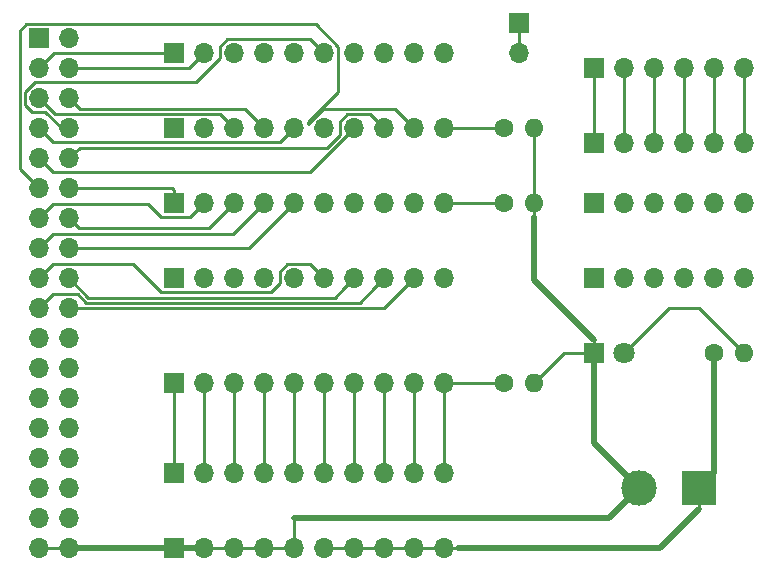
<source format=gbr>
G04 #@! TF.GenerationSoftware,KiCad,Pcbnew,(5.1.2-1)-1*
G04 #@! TF.CreationDate,2019-07-04T15:27:09+10:00*
G04 #@! TF.ProjectId,pcb_combined,7063625f-636f-46d6-9269-6e65642e6b69,rev?*
G04 #@! TF.SameCoordinates,Original*
G04 #@! TF.FileFunction,Copper,L1,Top*
G04 #@! TF.FilePolarity,Positive*
%FSLAX46Y46*%
G04 Gerber Fmt 4.6, Leading zero omitted, Abs format (unit mm)*
G04 Created by KiCad (PCBNEW (5.1.2-1)-1) date 2019-07-04 15:27:09*
%MOMM*%
%LPD*%
G04 APERTURE LIST*
%ADD10O,1.700000X1.700000*%
%ADD11R,1.700000X1.700000*%
%ADD12O,1.600000X1.600000*%
%ADD13C,1.600000*%
%ADD14C,3.000000*%
%ADD15R,3.000000X3.000000*%
%ADD16C,1.800000*%
%ADD17R,1.800000X1.800000*%
%ADD18C,0.250000*%
%ADD19C,0.500000*%
G04 APERTURE END LIST*
D10*
X85090000Y-34290000D03*
D11*
X85090000Y-31750000D03*
D12*
X86360000Y-46990000D03*
D13*
X83820000Y-46990000D03*
D12*
X86360000Y-62230000D03*
D13*
X83820000Y-62230000D03*
D12*
X86360000Y-40640000D03*
D13*
X83820000Y-40640000D03*
D10*
X104140000Y-46990000D03*
X101600000Y-46990000D03*
X99060000Y-46990000D03*
X96520000Y-46990000D03*
X93980000Y-46990000D03*
D11*
X91440000Y-46990000D03*
D10*
X104140000Y-53340000D03*
X101600000Y-53340000D03*
X99060000Y-53340000D03*
X96520000Y-53340000D03*
X93980000Y-53340000D03*
D11*
X91440000Y-53340000D03*
D10*
X78740000Y-76200000D03*
X76200000Y-76200000D03*
X73660000Y-76200000D03*
X71120000Y-76200000D03*
X68580000Y-76200000D03*
X66040000Y-76200000D03*
X63500000Y-76200000D03*
X60960000Y-76200000D03*
X58420000Y-76200000D03*
D11*
X55880000Y-76200000D03*
D10*
X78740000Y-69850000D03*
X76200000Y-69850000D03*
X73660000Y-69850000D03*
X71120000Y-69850000D03*
X68580000Y-69850000D03*
X66040000Y-69850000D03*
X63500000Y-69850000D03*
X60960000Y-69850000D03*
X58420000Y-69850000D03*
D11*
X55880000Y-69850000D03*
D10*
X78740000Y-53340000D03*
X76200000Y-53340000D03*
X73660000Y-53340000D03*
X71120000Y-53340000D03*
X68580000Y-53340000D03*
X66040000Y-53340000D03*
X63500000Y-53340000D03*
X60960000Y-53340000D03*
X58420000Y-53340000D03*
D11*
X55880000Y-53340000D03*
D10*
X78740000Y-40640000D03*
X76200000Y-40640000D03*
X73660000Y-40640000D03*
X71120000Y-40640000D03*
X68580000Y-40640000D03*
X66040000Y-40640000D03*
X63500000Y-40640000D03*
X60960000Y-40640000D03*
X58420000Y-40640000D03*
D11*
X55880000Y-40640000D03*
D14*
X95250000Y-71120000D03*
D15*
X100330000Y-71120000D03*
D12*
X104140000Y-59690000D03*
D13*
X101600000Y-59690000D03*
D10*
X104140000Y-41910000D03*
X101600000Y-41910000D03*
X99060000Y-41910000D03*
X96520000Y-41910000D03*
X93980000Y-41910000D03*
D11*
X91440000Y-41910000D03*
D10*
X104140000Y-35560000D03*
X101600000Y-35560000D03*
X99060000Y-35560000D03*
X96520000Y-35560000D03*
X93980000Y-35560000D03*
D11*
X91440000Y-35560000D03*
D10*
X78740000Y-46990000D03*
X76200000Y-46990000D03*
X73660000Y-46990000D03*
X71120000Y-46990000D03*
X68580000Y-46990000D03*
X66040000Y-46990000D03*
X63500000Y-46990000D03*
X60960000Y-46990000D03*
X58420000Y-46990000D03*
D11*
X55880000Y-46990000D03*
D10*
X78740000Y-62230000D03*
X76200000Y-62230000D03*
X73660000Y-62230000D03*
X71120000Y-62230000D03*
X68580000Y-62230000D03*
X66040000Y-62230000D03*
X63500000Y-62230000D03*
X60960000Y-62230000D03*
X58420000Y-62230000D03*
D11*
X55880000Y-62230000D03*
D10*
X46990000Y-76200000D03*
X44450000Y-76200000D03*
X46990000Y-73660000D03*
X44450000Y-73660000D03*
X46990000Y-71120000D03*
X44450000Y-71120000D03*
X46990000Y-68580000D03*
X44450000Y-68580000D03*
X46990000Y-66040000D03*
X44450000Y-66040000D03*
X46990000Y-63500000D03*
X44450000Y-63500000D03*
X46990000Y-60960000D03*
X44450000Y-60960000D03*
X46990000Y-58420000D03*
X44450000Y-58420000D03*
X46990000Y-55880000D03*
X44450000Y-55880000D03*
X46990000Y-53340000D03*
X44450000Y-53340000D03*
X46990000Y-50800000D03*
X44450000Y-50800000D03*
X46990000Y-48260000D03*
X44450000Y-48260000D03*
X46990000Y-45720000D03*
X44450000Y-45720000D03*
X46990000Y-43180000D03*
X44450000Y-43180000D03*
X46990000Y-40640000D03*
X44450000Y-40640000D03*
X46990000Y-38100000D03*
X44450000Y-38100000D03*
X46990000Y-35560000D03*
X44450000Y-35560000D03*
X46990000Y-33020000D03*
D11*
X44450000Y-33020000D03*
D10*
X78740000Y-34290000D03*
X76200000Y-34290000D03*
X73660000Y-34290000D03*
X71120000Y-34290000D03*
X68580000Y-34290000D03*
X66040000Y-34290000D03*
X63500000Y-34290000D03*
X60960000Y-34290000D03*
X58420000Y-34290000D03*
D11*
X55880000Y-34290000D03*
D16*
X93980000Y-59690000D03*
D17*
X91440000Y-59690000D03*
D18*
X97790000Y-55880000D02*
X93980000Y-59690000D01*
X100330000Y-55880000D02*
X97790000Y-55880000D01*
X104140000Y-59690000D02*
X100330000Y-55880000D01*
X44450000Y-76200000D02*
X46990000Y-76200000D01*
D19*
X46990000Y-76200000D02*
X55880000Y-76200000D01*
X55880000Y-76200000D02*
X58420000Y-76200000D01*
D18*
X58420000Y-76200000D02*
X60960000Y-76200000D01*
X60960000Y-76200000D02*
X63500000Y-76200000D01*
X63500000Y-76200000D02*
X66040000Y-76200000D01*
D19*
X91440000Y-67310000D02*
X95250000Y-71120000D01*
X91440000Y-59690000D02*
X91440000Y-67310000D01*
X92710000Y-73660000D02*
X95250000Y-71120000D01*
X66040000Y-73660000D02*
X92710000Y-73660000D01*
D18*
X66040000Y-76200000D02*
X66040000Y-73660000D01*
X88900000Y-59690000D02*
X86360000Y-62230000D01*
X91440000Y-59690000D02*
X88900000Y-59690000D01*
X86360000Y-48121370D02*
X86360000Y-46990000D01*
D19*
X86360000Y-53460000D02*
X86360000Y-48121370D01*
X91440000Y-58540000D02*
X86360000Y-53460000D01*
D18*
X91440000Y-59690000D02*
X91440000Y-58540000D01*
X86360000Y-46990000D02*
X86360000Y-40640000D01*
X72810001Y-39790001D02*
X73660000Y-40640000D01*
X72484999Y-39464999D02*
X72810001Y-39790001D01*
X70555999Y-39464999D02*
X72484999Y-39464999D01*
X69944999Y-40075999D02*
X70555999Y-39464999D01*
X69944999Y-41178591D02*
X69944999Y-40075999D01*
X68858579Y-42265011D02*
X69944999Y-41178591D01*
X47904989Y-42265011D02*
X68858579Y-42265011D01*
X46990000Y-43180000D02*
X47904989Y-42265011D01*
X70270001Y-41489999D02*
X71120000Y-40640000D01*
X67404999Y-44355001D02*
X70270001Y-41489999D01*
X45625001Y-44355001D02*
X67404999Y-44355001D01*
X44450000Y-43180000D02*
X45625001Y-44355001D01*
X67730001Y-33440001D02*
X68580000Y-34290000D01*
X67404999Y-33114999D02*
X67730001Y-33440001D01*
X60395999Y-33114999D02*
X67404999Y-33114999D01*
X59784999Y-33725999D02*
X60395999Y-33114999D01*
X57714001Y-36735001D02*
X59784999Y-34664003D01*
X44075997Y-36735001D02*
X57714001Y-36735001D01*
X43274999Y-38664001D02*
X43274999Y-37535999D01*
X43885999Y-39275001D02*
X43274999Y-38664001D01*
X44988591Y-39275001D02*
X43885999Y-39275001D01*
X43274999Y-37535999D02*
X44075997Y-36735001D01*
X46353590Y-40640000D02*
X44988591Y-39275001D01*
X59784999Y-34664003D02*
X59784999Y-33725999D01*
X46990000Y-40640000D02*
X46353590Y-40640000D01*
X65190001Y-41489999D02*
X66040000Y-40640000D01*
X64864999Y-41815001D02*
X65190001Y-41489999D01*
X45625001Y-41815001D02*
X64864999Y-41815001D01*
X44450000Y-40640000D02*
X45625001Y-41815001D01*
X62650001Y-39790001D02*
X63500000Y-40640000D01*
X47904989Y-39014989D02*
X61874989Y-39014989D01*
X61874989Y-39014989D02*
X62650001Y-39790001D01*
X46990000Y-38100000D02*
X47904989Y-39014989D01*
X60110001Y-39790001D02*
X60960000Y-40640000D01*
X59784999Y-39464999D02*
X60110001Y-39790001D01*
X45814999Y-39464999D02*
X59784999Y-39464999D01*
X44450000Y-38100000D02*
X45814999Y-39464999D01*
X57150000Y-35560000D02*
X58420000Y-34290000D01*
X46990000Y-35560000D02*
X57150000Y-35560000D01*
X45720000Y-34290000D02*
X55880000Y-34290000D01*
X44450000Y-35560000D02*
X45720000Y-34290000D01*
X85090000Y-31750000D02*
X85090000Y-34290000D01*
X78740000Y-62230000D02*
X78740000Y-69850000D01*
X83820000Y-62230000D02*
X78740000Y-62230000D01*
X104140000Y-35560000D02*
X104140000Y-41910000D01*
X101600000Y-35560000D02*
X101600000Y-41910000D01*
X99060000Y-35560000D02*
X99060000Y-41910000D01*
X96520000Y-35560000D02*
X96520000Y-41910000D01*
X93980000Y-35560000D02*
X93980000Y-41910000D01*
X91440000Y-35560000D02*
X91440000Y-41910000D01*
X68580000Y-76200000D02*
X71120000Y-76200000D01*
X71120000Y-76200000D02*
X73660000Y-76200000D01*
X73660000Y-76200000D02*
X76200000Y-76200000D01*
X76200000Y-76200000D02*
X78740000Y-76200000D01*
X101600000Y-69850000D02*
X100330000Y-71120000D01*
D19*
X101600000Y-59690000D02*
X101600000Y-69850000D01*
X97000000Y-76200000D02*
X79942081Y-76200000D01*
X100330000Y-72870000D02*
X97000000Y-76200000D01*
D18*
X79942081Y-76200000D02*
X78740000Y-76200000D01*
X100330000Y-71120000D02*
X100330000Y-72870000D01*
X76200000Y-62230000D02*
X76200000Y-69850000D01*
X73660000Y-62230000D02*
X73660000Y-69850000D01*
X71120000Y-62230000D02*
X71120000Y-69850000D01*
X68580000Y-62230000D02*
X68580000Y-69850000D01*
X66040000Y-62230000D02*
X66040000Y-69850000D01*
X63500000Y-62230000D02*
X63500000Y-69850000D01*
X60960000Y-62230000D02*
X60960000Y-69850000D01*
X58420000Y-62230000D02*
X58420000Y-69850000D01*
X55880000Y-62230000D02*
X55880000Y-69850000D01*
X73660000Y-55880000D02*
X76200000Y-53340000D01*
X46990000Y-55880000D02*
X73660000Y-55880000D01*
X72810001Y-54189999D02*
X73660000Y-53340000D01*
X71584979Y-55415021D02*
X72810001Y-54189999D01*
X48428611Y-55415021D02*
X71584979Y-55415021D01*
X47718589Y-54704999D02*
X48428611Y-55415021D01*
X45625001Y-54704999D02*
X47718589Y-54704999D01*
X44450000Y-55880000D02*
X45625001Y-54704999D01*
X70270001Y-54189999D02*
X71120000Y-53340000D01*
X69494989Y-54965011D02*
X70270001Y-54189999D01*
X48615011Y-54965011D02*
X69494989Y-54965011D01*
X46990000Y-53340000D02*
X48615011Y-54965011D01*
X67730001Y-52490001D02*
X68580000Y-53340000D01*
X67404999Y-52164999D02*
X67730001Y-52490001D01*
X65475999Y-52164999D02*
X67404999Y-52164999D01*
X64864999Y-52775999D02*
X65475999Y-52164999D01*
X64864999Y-53714003D02*
X64864999Y-52775999D01*
X64064001Y-54515001D02*
X64864999Y-53714003D01*
X54769999Y-54515001D02*
X64064001Y-54515001D01*
X52419997Y-52164999D02*
X54769999Y-54515001D01*
X45625001Y-52164999D02*
X52419997Y-52164999D01*
X44450000Y-53340000D02*
X45625001Y-52164999D01*
X62230000Y-50800000D02*
X66040000Y-46990000D01*
X46990000Y-50800000D02*
X62230000Y-50800000D01*
X62650001Y-47839999D02*
X63500000Y-46990000D01*
X60865001Y-49624999D02*
X62650001Y-47839999D01*
X45625001Y-49624999D02*
X60865001Y-49624999D01*
X44450000Y-50800000D02*
X45625001Y-49624999D01*
X60110001Y-47839999D02*
X60960000Y-46990000D01*
X58840001Y-49109999D02*
X60110001Y-47839999D01*
X47839999Y-49109999D02*
X58840001Y-49109999D01*
X46990000Y-48260000D02*
X47839999Y-49109999D01*
X57570001Y-47839999D02*
X58420000Y-46990000D01*
X57244999Y-48165001D02*
X57570001Y-47839999D01*
X54769999Y-48165001D02*
X57244999Y-48165001D01*
X45625001Y-47084999D02*
X53689997Y-47084999D01*
X53689997Y-47084999D02*
X54769999Y-48165001D01*
X44450000Y-48260000D02*
X45625001Y-47084999D01*
X55880000Y-45890000D02*
X55880000Y-46990000D01*
X55710000Y-45720000D02*
X55880000Y-45890000D01*
X46990000Y-45720000D02*
X55710000Y-45720000D01*
X75350001Y-39790001D02*
X76200000Y-40640000D01*
X68466009Y-39014989D02*
X74574989Y-39014989D01*
X67215001Y-40265997D02*
X68466009Y-39014989D01*
X67215001Y-40075999D02*
X67215001Y-40265997D01*
X74574989Y-39014989D02*
X75350001Y-39790001D01*
X69755001Y-37535999D02*
X67215001Y-40075999D01*
X69755001Y-33725999D02*
X69755001Y-37535999D01*
X43339999Y-31844999D02*
X67874001Y-31844999D01*
X42824990Y-32360008D02*
X43339999Y-31844999D01*
X42824990Y-44094990D02*
X42824990Y-32360008D01*
X67874001Y-31844999D02*
X69755001Y-33725999D01*
X44450000Y-45720000D02*
X42824990Y-44094990D01*
X83820000Y-40640000D02*
X78740000Y-40640000D01*
X83820000Y-46990000D02*
X78740000Y-46990000D01*
M02*

</source>
